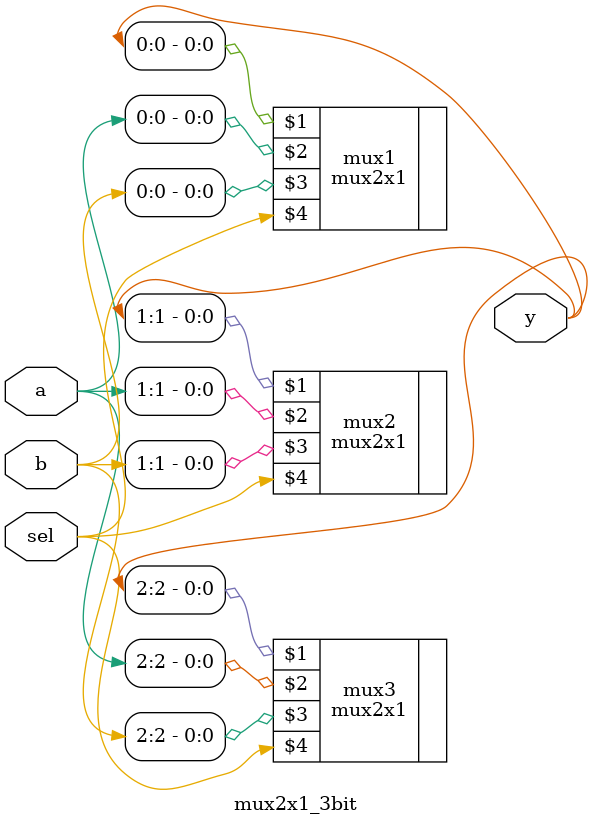
<source format=v>
module mux2x1_3bit (
	output [2:0] y,
	input [2:0] a,
	input [2:0] b,
	input sel
);

	mux2x1 mux1 (y[0], a[0], b[0], sel);
	mux2x1 mux2 (y[1], a[1], b[1], sel);
	mux2x1 mux3 (y[2], a[2], b[2], sel);

endmodule

</source>
